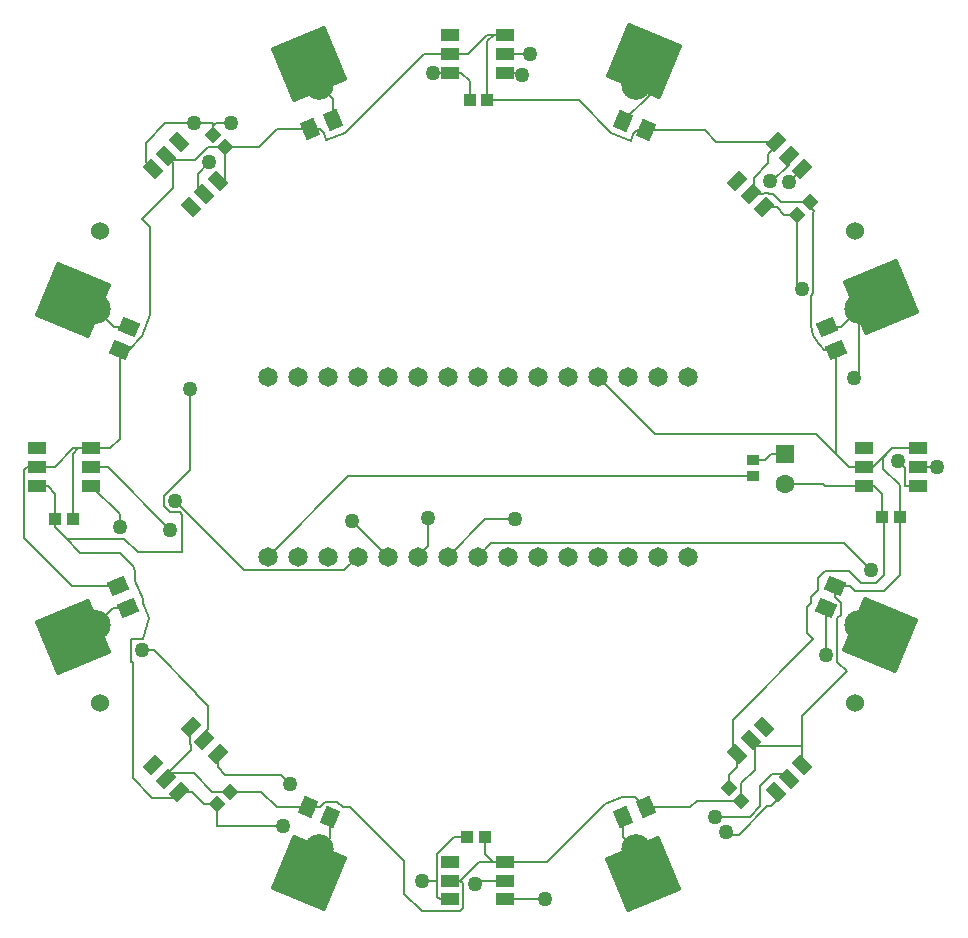
<source format=gtl>
G04 Layer_Physical_Order=1*
G04 Layer_Color=25308*
%FSLAX24Y24*%
%MOIN*%
G70*
G01*
G75*
%ADD10C,0.0059*%
G04:AMPARAMS|DCode=11|XSize=59.1mil|YSize=39.4mil|CornerRadius=0mil|HoleSize=0mil|Usage=FLASHONLY|Rotation=315.000|XOffset=0mil|YOffset=0mil|HoleType=Round|Shape=Rectangle|*
%AMROTATEDRECTD11*
4,1,4,-0.0348,0.0070,-0.0070,0.0348,0.0348,-0.0070,0.0070,-0.0348,-0.0348,0.0070,0.0*
%
%ADD11ROTATEDRECTD11*%

G04:AMPARAMS|DCode=12|XSize=59.1mil|YSize=39.4mil|CornerRadius=0mil|HoleSize=0mil|Usage=FLASHONLY|Rotation=45.000|XOffset=0mil|YOffset=0mil|HoleType=Round|Shape=Rectangle|*
%AMROTATEDRECTD12*
4,1,4,-0.0070,-0.0348,-0.0348,-0.0070,0.0070,0.0348,0.0348,0.0070,-0.0070,-0.0348,0.0*
%
%ADD12ROTATEDRECTD12*%

%ADD13R,0.0591X0.0394*%
G04:AMPARAMS|DCode=14|XSize=61mil|YSize=49.2mil|CornerRadius=0mil|HoleSize=0mil|Usage=FLASHONLY|Rotation=67.500|XOffset=0mil|YOffset=0mil|HoleType=Round|Shape=Rectangle|*
%AMROTATEDRECTD14*
4,1,4,0.0111,-0.0376,-0.0344,-0.0188,-0.0111,0.0376,0.0344,0.0188,0.0111,-0.0376,0.0*
%
%ADD14ROTATEDRECTD14*%

G04:AMPARAMS|DCode=15|XSize=61mil|YSize=49.2mil|CornerRadius=0mil|HoleSize=0mil|Usage=FLASHONLY|Rotation=22.500|XOffset=0mil|YOffset=0mil|HoleType=Round|Shape=Rectangle|*
%AMROTATEDRECTD15*
4,1,4,-0.0188,-0.0344,-0.0376,0.0111,0.0188,0.0344,0.0376,-0.0111,-0.0188,-0.0344,0.0*
%
%ADD15ROTATEDRECTD15*%

G04:AMPARAMS|DCode=16|XSize=61mil|YSize=49.2mil|CornerRadius=0mil|HoleSize=0mil|Usage=FLASHONLY|Rotation=292.500|XOffset=0mil|YOffset=0mil|HoleType=Round|Shape=Rectangle|*
%AMROTATEDRECTD16*
4,1,4,-0.0344,0.0188,0.0111,0.0376,0.0344,-0.0188,-0.0111,-0.0376,-0.0344,0.0188,0.0*
%
%ADD16ROTATEDRECTD16*%

G04:AMPARAMS|DCode=17|XSize=61mil|YSize=49.2mil|CornerRadius=0mil|HoleSize=0mil|Usage=FLASHONLY|Rotation=337.500|XOffset=0mil|YOffset=0mil|HoleType=Round|Shape=Rectangle|*
%AMROTATEDRECTD17*
4,1,4,-0.0376,-0.0111,-0.0188,0.0344,0.0376,0.0111,0.0188,-0.0344,-0.0376,-0.0111,0.0*
%
%ADD17ROTATEDRECTD17*%

%ADD18R,0.0413X0.0354*%
%ADD19R,0.0413X0.0394*%
G04:AMPARAMS|DCode=20|XSize=39.4mil|YSize=41.3mil|CornerRadius=0mil|HoleSize=0mil|Usage=FLASHONLY|Rotation=135.000|XOffset=0mil|YOffset=0mil|HoleType=Round|Shape=Rectangle|*
%AMROTATEDRECTD20*
4,1,4,0.0285,0.0007,-0.0007,-0.0285,-0.0285,-0.0007,0.0007,0.0285,0.0285,0.0007,0.0*
%
%ADD20ROTATEDRECTD20*%

G04:AMPARAMS|DCode=21|XSize=39.4mil|YSize=41.3mil|CornerRadius=0mil|HoleSize=0mil|Usage=FLASHONLY|Rotation=45.000|XOffset=0mil|YOffset=0mil|HoleType=Round|Shape=Rectangle|*
%AMROTATEDRECTD21*
4,1,4,0.0007,-0.0285,-0.0285,0.0007,-0.0007,0.0285,0.0285,-0.0007,0.0007,-0.0285,0.0*
%
%ADD21ROTATEDRECTD21*%

%ADD22P,0.2784X4X67.5*%
%ADD23P,0.2784X4X112.5*%
G04:AMPARAMS|DCode=24|XSize=196.9mil|YSize=196.9mil|CornerRadius=0mil|HoleSize=0mil|Usage=FLASHONLY|Rotation=67.500|XOffset=0mil|YOffset=0mil|HoleType=Round|Shape=Rectangle|*
%AMROTATEDRECTD24*
4,1,4,0.0533,-0.1286,-0.1286,-0.0533,-0.0533,0.1286,0.1286,0.0533,0.0533,-0.1286,0.0*
%
%ADD24ROTATEDRECTD24*%

%ADD25P,0.2784X4X67.5*%
G04:AMPARAMS|DCode=26|XSize=196.9mil|YSize=196.9mil|CornerRadius=0mil|HoleSize=0mil|Usage=FLASHONLY|Rotation=22.500|XOffset=0mil|YOffset=0mil|HoleType=Round|Shape=Rectangle|*
%AMROTATEDRECTD26*
4,1,4,-0.0533,-0.1286,-0.1286,0.0533,0.0533,0.1286,0.1286,-0.0533,-0.0533,-0.1286,0.0*
%
%ADD26ROTATEDRECTD26*%

%ADD27C,0.0984*%
%ADD28R,0.0630X0.0630*%
%ADD29C,0.0630*%
%ADD30C,0.0650*%
%ADD31C,0.0600*%
%ADD32C,0.0500*%
D10*
X40630Y34337D02*
G03*
X40939Y33591I1054J0D01*
G01*
X18121Y26045D02*
G03*
X18040Y26240I-276J0D01*
G01*
X44213Y29528D02*
X44854D01*
X40516Y24878D02*
X40634Y24996D01*
X40516Y23988D02*
Y24878D01*
X40634Y25187D02*
X40880Y25433D01*
X40634Y24996D02*
Y25187D01*
X22990Y19270D02*
X23290Y18970D01*
X43560Y29720D02*
X43780Y29500D01*
X16654Y29528D02*
X17205D01*
X19291Y27441D01*
X19293Y28780D02*
X19961Y29447D01*
X19293Y28780D02*
X19293D01*
X19070Y28557D02*
X19293Y28780D01*
X19070Y28243D02*
Y28557D01*
Y28243D02*
X19293Y28020D01*
X19605D01*
X19685Y27940D01*
Y26693D02*
Y27940D01*
X18203Y26693D02*
X19685D01*
X19450Y28400D02*
X21760Y26090D01*
X17756Y27140D02*
X18203Y26693D01*
X19961Y29447D02*
Y32126D01*
X27874Y26894D02*
Y27835D01*
X27530Y26550D02*
X27874Y26894D01*
X29775Y27795D02*
X30787D01*
X28530Y26550D02*
X29775Y27795D01*
X38701Y29754D02*
X39120D01*
X39327Y29961D01*
X39764D01*
X19589Y18698D02*
X20020D01*
X20423Y18295D01*
X20854D01*
X37901Y18831D02*
Y19260D01*
X38185Y19544D01*
Y19979D01*
X39076Y38185D02*
X39500D01*
X35137Y40751D02*
X37100D01*
X37494Y40357D01*
X39466D01*
X21114Y40185D02*
X22230D01*
X22836Y40790D01*
X23958D01*
X40602Y38200D02*
Y38358D01*
X41493Y29955D02*
Y33446D01*
X30080Y43937D02*
X30433D01*
X29862Y43719D02*
X30080Y43937D01*
X29862Y41772D02*
Y43719D01*
X28272Y15118D02*
X28622D01*
X28190Y15200D02*
X28272Y15118D01*
X28190Y16640D02*
X28755Y17205D01*
X29193D01*
X16654Y30157D02*
X17280D01*
X17601Y30479D01*
Y33446D01*
X15453Y27795D02*
Y28645D01*
X15200Y28898D02*
X15453Y28645D01*
X14843Y28898D02*
X15200D01*
X42402D02*
X42754D01*
X43012Y28640D01*
Y27874D02*
Y28640D01*
X29272Y41772D02*
Y42400D01*
X28995Y42677D02*
X29272Y42400D01*
X28622Y42677D02*
X28995D01*
X29783Y16640D02*
X30045Y16378D01*
X29783Y16640D02*
Y17205D01*
X23958Y40790D02*
X24280D01*
X24410Y40660D01*
X27757Y43307D02*
X28622D01*
X24254Y42258D02*
X24704Y41809D01*
Y41099D02*
Y41809D01*
X33530Y32550D02*
X35460Y30620D01*
X40828D01*
X41920Y29528D02*
X42402D01*
X16010Y25570D02*
X17562D01*
X14410Y27170D02*
X16010Y25570D01*
X14410Y27170D02*
Y29440D01*
X14498Y29528D01*
X14843D01*
X16220Y30157D02*
X16654D01*
X16043Y29981D02*
X16220Y30157D01*
X16043Y27795D02*
Y29981D01*
X34841Y40751D02*
X35137D01*
X29862Y41772D02*
X32898D01*
X28040Y42677D02*
X28622D01*
X20800Y40990D02*
X21310D01*
X20697Y40887D02*
X20800Y40990D01*
X20697Y40602D02*
Y40887D01*
X21272Y18713D02*
X22310D01*
X22837Y18186D01*
X23879D01*
X20870Y19520D02*
Y19979D01*
Y19520D02*
X21120Y19270D01*
X22990D01*
X29430Y15620D02*
X29558Y15748D01*
X30433D01*
X28622D02*
X28948D01*
X29578Y16378D01*
X28960Y15748D02*
X29050Y15658D01*
Y14820D02*
Y15658D01*
X28960Y14730D02*
X29050Y14820D01*
X34391Y41060D02*
X35340Y42009D01*
Y42258D01*
X34801D02*
X35340D01*
X30433Y43307D02*
X31283D01*
X39911Y39020D02*
X40357Y39466D01*
X20870Y39076D02*
X21114D01*
X30433Y16378D02*
X31838D01*
X35137Y18186D02*
X36610D01*
X36837Y18413D01*
X38319D01*
X34391Y17207D02*
Y17877D01*
Y17207D02*
X34801Y16797D01*
X16293Y26680D02*
X17600D01*
X43357Y30157D02*
X44213D01*
X43040Y29840D02*
X43357Y30157D01*
X43040Y29481D02*
Y29840D01*
Y29481D02*
X43602Y28919D01*
Y27874D02*
Y28919D01*
X42717Y29528D02*
X43347Y30157D01*
X42402Y29528D02*
X42717D01*
X15453Y27520D02*
X15773Y27200D01*
X15453Y27520D02*
Y27795D01*
X41454Y25570D02*
X41944D01*
X42101Y25412D01*
X43095D01*
X43602Y25920D01*
Y27874D01*
X37820Y17380D02*
X37920Y17280D01*
X38240D01*
X39190Y18230D01*
X39296D01*
X39466Y18400D01*
Y18698D01*
X40185Y35625D02*
Y37941D01*
X42310Y25680D02*
X42820D01*
X43070Y25930D01*
X43012Y27874D02*
X43070D01*
X29530Y26550D02*
X29990Y27010D01*
X41730D01*
X42640Y26100D01*
X42070Y32510D02*
X42258Y32698D01*
Y34801D01*
X20530Y40185D02*
X21114D01*
X17601Y33446D02*
X17896D01*
X28622Y43307D02*
X29210D01*
X29840Y43937D01*
X14843Y29528D02*
X15430D01*
X16060Y30157D01*
X20690Y18713D02*
X21272D01*
X38319Y18413D02*
Y18989D01*
X39764Y28961D02*
X41050D01*
X41113Y28898D01*
X42402D01*
X16797Y24254D02*
X17367Y24824D01*
X17871D01*
X24254Y16797D02*
X24625Y17167D01*
Y17877D01*
X41649Y34192D02*
X42258Y34801D01*
X41184Y34192D02*
X41649D01*
X16797Y34801D02*
X17406Y34192D01*
X17910D01*
X22530Y26550D02*
X25202Y29222D01*
X38701D01*
X25070Y26090D02*
X25530Y26550D01*
X21760Y26090D02*
X25070D01*
X25350Y27730D02*
X26530Y26550D01*
X30943Y42677D02*
X31010Y42610D01*
X30433Y42677D02*
X30943D01*
X43780Y28898D02*
X44213D01*
X43780D02*
Y29500D01*
X39911Y39611D02*
Y39911D01*
X30433Y15118D02*
X31768D01*
X37440Y17870D02*
X38605D01*
X38960Y18225D01*
Y18904D01*
X20090Y40990D02*
Y41000D01*
X40357Y19589D02*
Y20227D01*
X41454Y25186D02*
Y25570D01*
X15773Y27200D02*
X16293Y26680D01*
X20697Y40887D02*
Y41000D01*
X19120D02*
X20090D01*
X20697D01*
X43070Y25930D02*
Y27874D01*
X28948Y15748D02*
X28960D01*
X29578Y16378D02*
X30045D01*
X30433D01*
X16060Y30157D02*
X16220D01*
X21114Y39076D02*
Y40185D01*
X29840Y43937D02*
X30080D01*
X40828Y30620D02*
X41493Y29955D01*
X41920Y29528D01*
X43347Y30157D02*
X43357D01*
X23879Y18186D02*
X24264D01*
X24461Y18383D01*
X24834D01*
X25031Y18186D01*
X25294D01*
X18684Y18504D02*
X19395D01*
X19589Y18698D01*
X18032Y19157D02*
X18684Y18504D01*
X19144Y19144D02*
X19331Y19331D01*
X20072D01*
X20690Y18713D01*
X38031Y20133D02*
X38185Y19979D01*
X38031Y20133D02*
Y21116D01*
X38319Y18989D02*
X38780Y19450D01*
Y20276D01*
X38631Y20424D02*
X38780Y20276D01*
X38631Y20424D02*
X38828Y20227D01*
X40357D01*
X38960Y18904D02*
X39348Y19291D01*
X39764D01*
X39911Y19144D01*
X40185Y35625D02*
X40330Y35480D01*
X39642Y38358D02*
X40602D01*
X39500Y38185D02*
X39745Y37941D01*
X40185D01*
X40602Y38200D02*
X40750Y38052D01*
X40630Y35243D02*
X40710Y35323D01*
Y38012D01*
X40750Y38052D01*
X41084Y33446D02*
X41493D01*
X40939Y33591D02*
X41084Y33446D01*
X40630Y34337D02*
Y35243D01*
X38631Y38631D02*
X39060D01*
X39092Y38663D01*
X39200D01*
X39370Y38630D02*
X39642Y38358D01*
X39200Y38663D02*
X39232Y38630D01*
X39370D01*
X39355Y39055D02*
X39911Y39611D01*
X39291Y39055D02*
X39355D01*
X38740Y38858D02*
Y39179D01*
X39213Y39652D01*
Y39961D01*
X39466Y40214D01*
Y40357D01*
X20197Y38858D02*
X20424Y38631D01*
X20197Y38858D02*
Y39313D01*
X20584Y39700D01*
X19370Y38830D02*
Y39685D01*
X19144Y39911D02*
X19370Y39685D01*
X19144Y39911D02*
X19291Y39764D01*
X20109D01*
X20530Y40185D01*
X18465Y39700D02*
X18698Y39466D01*
X18465Y39700D02*
Y40345D01*
X19120Y41000D01*
X20854Y17559D02*
Y18295D01*
Y17559D02*
X23031D01*
X25294Y18186D02*
X27087Y16393D01*
Y15315D02*
Y16393D01*
Y15315D02*
X27672Y14730D01*
X28960D01*
X27677Y15748D02*
X28190D01*
Y15200D02*
Y15748D01*
Y16640D01*
X20424Y20424D02*
X20424D01*
X20158Y21962D02*
Y22007D01*
X18740Y23425D02*
X20158Y22007D01*
X18032Y19157D02*
Y23046D01*
X18346Y23425D02*
X18740D01*
X17967Y23046D02*
Y23805D01*
Y23046D02*
X18032D01*
X18121Y25748D02*
Y26045D01*
X17600Y26680D02*
X18040Y26240D01*
X18121Y25748D02*
X18366Y25118D01*
X17967Y23805D02*
X18366D01*
X18583Y24488D01*
X18377Y24986D02*
X18583Y24488D01*
X18377Y24986D02*
X18386Y24961D01*
X15773Y27200D02*
X15833Y27140D01*
X17756D01*
X17598Y27520D02*
Y27953D01*
X16654Y28898D02*
X17598Y27953D01*
X40357Y20227D02*
Y21249D01*
X41833Y22725D01*
X41521Y23037D02*
X41833Y22725D01*
X41142Y24821D02*
X41145Y24824D01*
X41142Y23268D02*
Y24821D01*
X41521Y23037D02*
Y24486D01*
X41650Y24615D01*
Y24990D01*
X41454Y25186D02*
X41650Y24990D01*
X38031Y21116D02*
X40710Y23795D01*
X40880Y25433D02*
Y25827D01*
X40516Y23988D02*
X40710Y23795D01*
X40880Y25827D02*
X41116Y26063D01*
X41927D01*
X42310Y25680D01*
X32898Y41772D02*
X33990Y40680D01*
X25110Y40660D02*
X27757Y43307D01*
X18350Y37810D02*
X19370Y38830D01*
X17896Y33446D02*
X18350Y33900D01*
X18622Y34606D01*
Y37538D01*
X18350Y37810D02*
X18622Y37538D01*
X18366Y24961D02*
Y25118D01*
Y24961D02*
X18386D01*
X31838Y16378D02*
X33770Y18310D01*
X34331Y18543D01*
X34779D01*
X35137Y18186D01*
X19144Y19144D02*
Y19262D01*
X19979Y20097D01*
Y20269D01*
X19947Y20301D02*
X19979Y20269D01*
X19947Y20838D02*
X19979Y20870D01*
X19947Y20301D02*
Y20838D01*
X20551Y20787D02*
Y21569D01*
X20158Y21962D02*
X20551Y21569D01*
X20424Y20424D02*
Y20661D01*
X20551Y20787D01*
X24488Y40433D02*
X25110Y40660D01*
X24410D02*
X24488Y40433D01*
X34710Y40620D02*
X34841Y40751D01*
X33990Y40680D02*
X34646Y40394D01*
X34710Y40620D01*
D11*
X19979Y38185D02*
D03*
X20424Y38631D02*
D03*
X20870Y39076D02*
D03*
X19589Y40357D02*
D03*
X19144Y39911D02*
D03*
X18698Y39466D02*
D03*
X39466Y18698D02*
D03*
X39911Y19144D02*
D03*
X40357Y19589D02*
D03*
X39076Y20870D02*
D03*
X38631Y20424D02*
D03*
X38185Y19979D02*
D03*
D12*
X40357Y39466D02*
D03*
X39911Y39911D02*
D03*
X39466Y40357D02*
D03*
X38185Y39076D02*
D03*
X38631Y38631D02*
D03*
X39076Y38185D02*
D03*
X20870Y19979D02*
D03*
X20424Y20424D02*
D03*
X19979Y20870D02*
D03*
X18698Y19589D02*
D03*
X19144Y19144D02*
D03*
X19589Y18698D02*
D03*
D13*
X44213Y28898D02*
D03*
Y29528D02*
D03*
Y30157D02*
D03*
X42402D02*
D03*
Y29528D02*
D03*
Y28898D02*
D03*
X16654D02*
D03*
Y29528D02*
D03*
Y30157D02*
D03*
X14843D02*
D03*
Y29528D02*
D03*
Y28898D02*
D03*
X30433Y15118D02*
D03*
Y15748D02*
D03*
Y16378D02*
D03*
X28622D02*
D03*
Y15748D02*
D03*
Y15118D02*
D03*
X30433Y42677D02*
D03*
Y43307D02*
D03*
Y43937D02*
D03*
X28622D02*
D03*
Y43307D02*
D03*
Y42677D02*
D03*
D14*
X24625Y17877D02*
D03*
X23879Y18186D02*
D03*
X34391Y41060D02*
D03*
X35137Y40751D02*
D03*
D15*
X17871Y24824D02*
D03*
X17562Y25570D02*
D03*
X41184Y34192D02*
D03*
X41493Y33446D02*
D03*
D16*
X34391Y17877D02*
D03*
X35137Y18186D02*
D03*
X24704Y41099D02*
D03*
X23958Y40790D02*
D03*
D17*
X41145Y24824D02*
D03*
X41454Y25570D02*
D03*
X17910Y34192D02*
D03*
X17601Y33446D02*
D03*
D18*
X38701Y29222D02*
D03*
Y29754D02*
D03*
D19*
X15453Y27795D02*
D03*
X16043D02*
D03*
X29193Y17205D02*
D03*
X29783D02*
D03*
X43012Y27874D02*
D03*
X43602D02*
D03*
X29272Y41772D02*
D03*
X29862D02*
D03*
D20*
X20854Y18295D02*
D03*
X21272Y18713D02*
D03*
X40185Y37941D02*
D03*
X40602Y38358D02*
D03*
D21*
X37901Y18831D02*
D03*
X38319Y18413D02*
D03*
X20697Y40602D02*
D03*
X21114Y40185D02*
D03*
D22*
X16050Y23877D02*
D03*
X35060Y15971D02*
D03*
D23*
X23924Y16005D02*
D03*
X16050Y35100D02*
D03*
D24*
X35066Y43052D02*
D03*
X42940Y23918D02*
D03*
D25*
X23918Y42979D02*
D03*
D26*
X42974Y35184D02*
D03*
D27*
X16797Y34801D02*
D03*
X24254Y42258D02*
D03*
X42258Y34801D02*
D03*
X34801Y42258D02*
D03*
X16797Y24254D02*
D03*
X24254Y16797D02*
D03*
X34801Y16797D02*
D03*
X42258Y24254D02*
D03*
D28*
X39764Y29961D02*
D03*
D29*
Y28961D02*
D03*
D30*
X36530Y26550D02*
D03*
X35530D02*
D03*
X34530D02*
D03*
X33530D02*
D03*
X32530D02*
D03*
X31530D02*
D03*
X30530D02*
D03*
X29530D02*
D03*
X28530D02*
D03*
X27530D02*
D03*
X26530D02*
D03*
X25530D02*
D03*
X24530D02*
D03*
X23530D02*
D03*
X22530D02*
D03*
X36530Y32550D02*
D03*
X35530D02*
D03*
X34530D02*
D03*
X33530D02*
D03*
X32530D02*
D03*
X31530D02*
D03*
X30530D02*
D03*
X22530D02*
D03*
X23530D02*
D03*
X24530D02*
D03*
X25530D02*
D03*
X26530D02*
D03*
X27530D02*
D03*
X28530D02*
D03*
X29530D02*
D03*
D31*
X16929Y37402D02*
D03*
X42126D02*
D03*
X16929Y21654D02*
D03*
X42126D02*
D03*
D32*
X44854Y29528D02*
D03*
X23290Y18970D02*
D03*
X43560Y29720D02*
D03*
X19291Y27441D02*
D03*
X19450Y28400D02*
D03*
X19961Y32126D02*
D03*
X27874Y27835D02*
D03*
X30787Y27795D02*
D03*
X28040Y42677D02*
D03*
X21310Y40990D02*
D03*
X29430Y15620D02*
D03*
X31283Y43307D02*
D03*
X39911Y39020D02*
D03*
X37820Y17380D02*
D03*
X42640Y26100D02*
D03*
X42070Y32510D02*
D03*
X25350Y27730D02*
D03*
X20584Y39700D02*
D03*
X31010Y42610D02*
D03*
X31768Y15118D02*
D03*
X37440Y17870D02*
D03*
X20090Y40990D02*
D03*
X40330Y35480D02*
D03*
X39291Y39055D02*
D03*
X23031Y17559D02*
D03*
X27677Y15748D02*
D03*
X18346Y23425D02*
D03*
X17598Y27520D02*
D03*
X41142Y23268D02*
D03*
M02*

</source>
